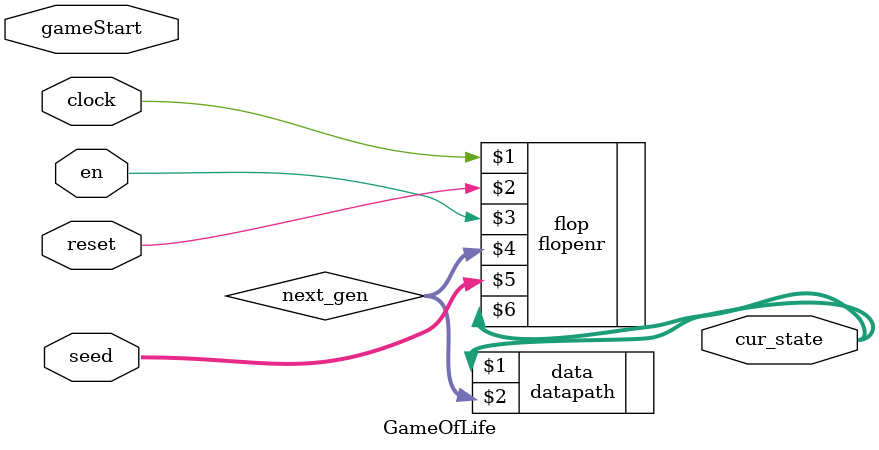
<source format=sv>
module GameOfLife(seed, reset, gameStart, en, clock, cur_state);
input logic reset, clock, en, gameStart;
input logic [63:0] seed;
output logic [63:0] cur_state;
logic [63:0] next_gen;

flopenr flop(clock, reset, en, next_gen, seed, cur_state);
datapath data(cur_state, next_gen);

endmodule

</source>
